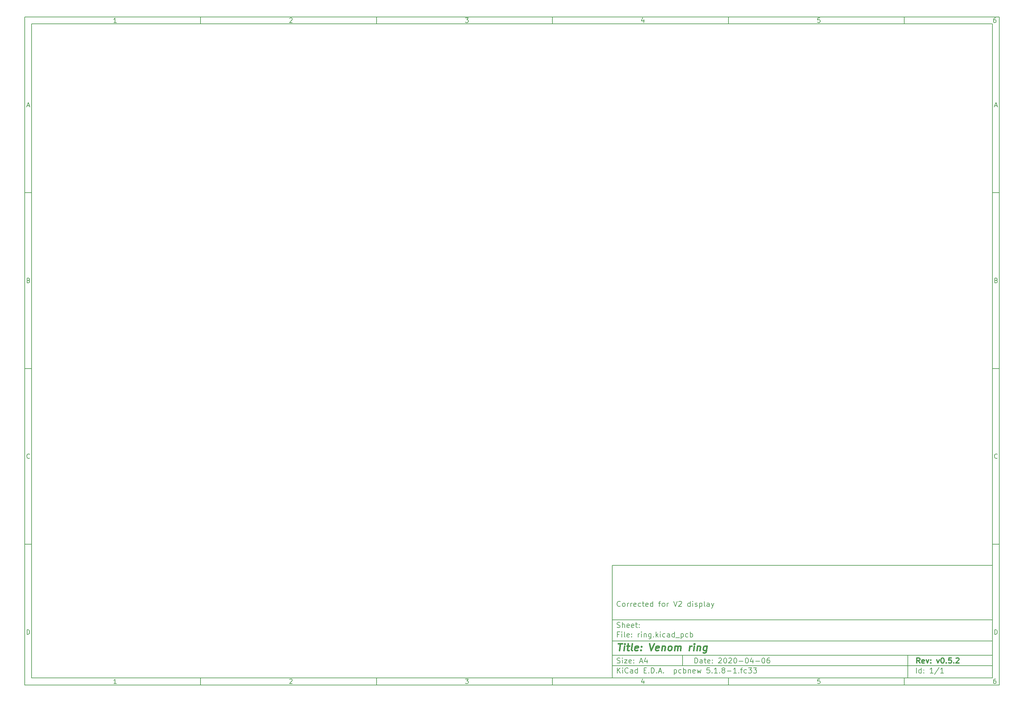
<source format=gbr>
G04 #@! TF.GenerationSoftware,KiCad,Pcbnew,5.1.8-1.fc33*
G04 #@! TF.CreationDate,2021-08-02T18:24:44+02:00*
G04 #@! TF.ProjectId,ring,72696e67-2e6b-4696-9361-645f70636258,v0.5.2*
G04 #@! TF.SameCoordinates,Original*
G04 #@! TF.FileFunction,Soldermask,Top*
G04 #@! TF.FilePolarity,Negative*
%FSLAX46Y46*%
G04 Gerber Fmt 4.6, Leading zero omitted, Abs format (unit mm)*
G04 Created by KiCad (PCBNEW 5.1.8-1.fc33) date 2021-08-02 18:24:44*
%MOMM*%
%LPD*%
G01*
G04 APERTURE LIST*
%ADD10C,0.100000*%
%ADD11C,0.150000*%
%ADD12C,0.300000*%
%ADD13C,0.400000*%
G04 APERTURE END LIST*
D10*
D11*
X177002200Y-166007200D02*
X177002200Y-198007200D01*
X285002200Y-198007200D01*
X285002200Y-166007200D01*
X177002200Y-166007200D01*
D10*
D11*
X10000000Y-10000000D02*
X10000000Y-200007200D01*
X287002200Y-200007200D01*
X287002200Y-10000000D01*
X10000000Y-10000000D01*
D10*
D11*
X12000000Y-12000000D02*
X12000000Y-198007200D01*
X285002200Y-198007200D01*
X285002200Y-12000000D01*
X12000000Y-12000000D01*
D10*
D11*
X60000000Y-12000000D02*
X60000000Y-10000000D01*
D10*
D11*
X110000000Y-12000000D02*
X110000000Y-10000000D01*
D10*
D11*
X160000000Y-12000000D02*
X160000000Y-10000000D01*
D10*
D11*
X210000000Y-12000000D02*
X210000000Y-10000000D01*
D10*
D11*
X260000000Y-12000000D02*
X260000000Y-10000000D01*
D10*
D11*
X36065476Y-11588095D02*
X35322619Y-11588095D01*
X35694047Y-11588095D02*
X35694047Y-10288095D01*
X35570238Y-10473809D01*
X35446428Y-10597619D01*
X35322619Y-10659523D01*
D10*
D11*
X85322619Y-10411904D02*
X85384523Y-10350000D01*
X85508333Y-10288095D01*
X85817857Y-10288095D01*
X85941666Y-10350000D01*
X86003571Y-10411904D01*
X86065476Y-10535714D01*
X86065476Y-10659523D01*
X86003571Y-10845238D01*
X85260714Y-11588095D01*
X86065476Y-11588095D01*
D10*
D11*
X135260714Y-10288095D02*
X136065476Y-10288095D01*
X135632142Y-10783333D01*
X135817857Y-10783333D01*
X135941666Y-10845238D01*
X136003571Y-10907142D01*
X136065476Y-11030952D01*
X136065476Y-11340476D01*
X136003571Y-11464285D01*
X135941666Y-11526190D01*
X135817857Y-11588095D01*
X135446428Y-11588095D01*
X135322619Y-11526190D01*
X135260714Y-11464285D01*
D10*
D11*
X185941666Y-10721428D02*
X185941666Y-11588095D01*
X185632142Y-10226190D02*
X185322619Y-11154761D01*
X186127380Y-11154761D01*
D10*
D11*
X236003571Y-10288095D02*
X235384523Y-10288095D01*
X235322619Y-10907142D01*
X235384523Y-10845238D01*
X235508333Y-10783333D01*
X235817857Y-10783333D01*
X235941666Y-10845238D01*
X236003571Y-10907142D01*
X236065476Y-11030952D01*
X236065476Y-11340476D01*
X236003571Y-11464285D01*
X235941666Y-11526190D01*
X235817857Y-11588095D01*
X235508333Y-11588095D01*
X235384523Y-11526190D01*
X235322619Y-11464285D01*
D10*
D11*
X285941666Y-10288095D02*
X285694047Y-10288095D01*
X285570238Y-10350000D01*
X285508333Y-10411904D01*
X285384523Y-10597619D01*
X285322619Y-10845238D01*
X285322619Y-11340476D01*
X285384523Y-11464285D01*
X285446428Y-11526190D01*
X285570238Y-11588095D01*
X285817857Y-11588095D01*
X285941666Y-11526190D01*
X286003571Y-11464285D01*
X286065476Y-11340476D01*
X286065476Y-11030952D01*
X286003571Y-10907142D01*
X285941666Y-10845238D01*
X285817857Y-10783333D01*
X285570238Y-10783333D01*
X285446428Y-10845238D01*
X285384523Y-10907142D01*
X285322619Y-11030952D01*
D10*
D11*
X60000000Y-198007200D02*
X60000000Y-200007200D01*
D10*
D11*
X110000000Y-198007200D02*
X110000000Y-200007200D01*
D10*
D11*
X160000000Y-198007200D02*
X160000000Y-200007200D01*
D10*
D11*
X210000000Y-198007200D02*
X210000000Y-200007200D01*
D10*
D11*
X260000000Y-198007200D02*
X260000000Y-200007200D01*
D10*
D11*
X36065476Y-199595295D02*
X35322619Y-199595295D01*
X35694047Y-199595295D02*
X35694047Y-198295295D01*
X35570238Y-198481009D01*
X35446428Y-198604819D01*
X35322619Y-198666723D01*
D10*
D11*
X85322619Y-198419104D02*
X85384523Y-198357200D01*
X85508333Y-198295295D01*
X85817857Y-198295295D01*
X85941666Y-198357200D01*
X86003571Y-198419104D01*
X86065476Y-198542914D01*
X86065476Y-198666723D01*
X86003571Y-198852438D01*
X85260714Y-199595295D01*
X86065476Y-199595295D01*
D10*
D11*
X135260714Y-198295295D02*
X136065476Y-198295295D01*
X135632142Y-198790533D01*
X135817857Y-198790533D01*
X135941666Y-198852438D01*
X136003571Y-198914342D01*
X136065476Y-199038152D01*
X136065476Y-199347676D01*
X136003571Y-199471485D01*
X135941666Y-199533390D01*
X135817857Y-199595295D01*
X135446428Y-199595295D01*
X135322619Y-199533390D01*
X135260714Y-199471485D01*
D10*
D11*
X185941666Y-198728628D02*
X185941666Y-199595295D01*
X185632142Y-198233390D02*
X185322619Y-199161961D01*
X186127380Y-199161961D01*
D10*
D11*
X236003571Y-198295295D02*
X235384523Y-198295295D01*
X235322619Y-198914342D01*
X235384523Y-198852438D01*
X235508333Y-198790533D01*
X235817857Y-198790533D01*
X235941666Y-198852438D01*
X236003571Y-198914342D01*
X236065476Y-199038152D01*
X236065476Y-199347676D01*
X236003571Y-199471485D01*
X235941666Y-199533390D01*
X235817857Y-199595295D01*
X235508333Y-199595295D01*
X235384523Y-199533390D01*
X235322619Y-199471485D01*
D10*
D11*
X285941666Y-198295295D02*
X285694047Y-198295295D01*
X285570238Y-198357200D01*
X285508333Y-198419104D01*
X285384523Y-198604819D01*
X285322619Y-198852438D01*
X285322619Y-199347676D01*
X285384523Y-199471485D01*
X285446428Y-199533390D01*
X285570238Y-199595295D01*
X285817857Y-199595295D01*
X285941666Y-199533390D01*
X286003571Y-199471485D01*
X286065476Y-199347676D01*
X286065476Y-199038152D01*
X286003571Y-198914342D01*
X285941666Y-198852438D01*
X285817857Y-198790533D01*
X285570238Y-198790533D01*
X285446428Y-198852438D01*
X285384523Y-198914342D01*
X285322619Y-199038152D01*
D10*
D11*
X10000000Y-60000000D02*
X12000000Y-60000000D01*
D10*
D11*
X10000000Y-110000000D02*
X12000000Y-110000000D01*
D10*
D11*
X10000000Y-160000000D02*
X12000000Y-160000000D01*
D10*
D11*
X10690476Y-35216666D02*
X11309523Y-35216666D01*
X10566666Y-35588095D02*
X11000000Y-34288095D01*
X11433333Y-35588095D01*
D10*
D11*
X11092857Y-84907142D02*
X11278571Y-84969047D01*
X11340476Y-85030952D01*
X11402380Y-85154761D01*
X11402380Y-85340476D01*
X11340476Y-85464285D01*
X11278571Y-85526190D01*
X11154761Y-85588095D01*
X10659523Y-85588095D01*
X10659523Y-84288095D01*
X11092857Y-84288095D01*
X11216666Y-84350000D01*
X11278571Y-84411904D01*
X11340476Y-84535714D01*
X11340476Y-84659523D01*
X11278571Y-84783333D01*
X11216666Y-84845238D01*
X11092857Y-84907142D01*
X10659523Y-84907142D01*
D10*
D11*
X11402380Y-135464285D02*
X11340476Y-135526190D01*
X11154761Y-135588095D01*
X11030952Y-135588095D01*
X10845238Y-135526190D01*
X10721428Y-135402380D01*
X10659523Y-135278571D01*
X10597619Y-135030952D01*
X10597619Y-134845238D01*
X10659523Y-134597619D01*
X10721428Y-134473809D01*
X10845238Y-134350000D01*
X11030952Y-134288095D01*
X11154761Y-134288095D01*
X11340476Y-134350000D01*
X11402380Y-134411904D01*
D10*
D11*
X10659523Y-185588095D02*
X10659523Y-184288095D01*
X10969047Y-184288095D01*
X11154761Y-184350000D01*
X11278571Y-184473809D01*
X11340476Y-184597619D01*
X11402380Y-184845238D01*
X11402380Y-185030952D01*
X11340476Y-185278571D01*
X11278571Y-185402380D01*
X11154761Y-185526190D01*
X10969047Y-185588095D01*
X10659523Y-185588095D01*
D10*
D11*
X287002200Y-60000000D02*
X285002200Y-60000000D01*
D10*
D11*
X287002200Y-110000000D02*
X285002200Y-110000000D01*
D10*
D11*
X287002200Y-160000000D02*
X285002200Y-160000000D01*
D10*
D11*
X285692676Y-35216666D02*
X286311723Y-35216666D01*
X285568866Y-35588095D02*
X286002200Y-34288095D01*
X286435533Y-35588095D01*
D10*
D11*
X286095057Y-84907142D02*
X286280771Y-84969047D01*
X286342676Y-85030952D01*
X286404580Y-85154761D01*
X286404580Y-85340476D01*
X286342676Y-85464285D01*
X286280771Y-85526190D01*
X286156961Y-85588095D01*
X285661723Y-85588095D01*
X285661723Y-84288095D01*
X286095057Y-84288095D01*
X286218866Y-84350000D01*
X286280771Y-84411904D01*
X286342676Y-84535714D01*
X286342676Y-84659523D01*
X286280771Y-84783333D01*
X286218866Y-84845238D01*
X286095057Y-84907142D01*
X285661723Y-84907142D01*
D10*
D11*
X286404580Y-135464285D02*
X286342676Y-135526190D01*
X286156961Y-135588095D01*
X286033152Y-135588095D01*
X285847438Y-135526190D01*
X285723628Y-135402380D01*
X285661723Y-135278571D01*
X285599819Y-135030952D01*
X285599819Y-134845238D01*
X285661723Y-134597619D01*
X285723628Y-134473809D01*
X285847438Y-134350000D01*
X286033152Y-134288095D01*
X286156961Y-134288095D01*
X286342676Y-134350000D01*
X286404580Y-134411904D01*
D10*
D11*
X285661723Y-185588095D02*
X285661723Y-184288095D01*
X285971247Y-184288095D01*
X286156961Y-184350000D01*
X286280771Y-184473809D01*
X286342676Y-184597619D01*
X286404580Y-184845238D01*
X286404580Y-185030952D01*
X286342676Y-185278571D01*
X286280771Y-185402380D01*
X286156961Y-185526190D01*
X285971247Y-185588095D01*
X285661723Y-185588095D01*
D10*
D11*
X200434342Y-193785771D02*
X200434342Y-192285771D01*
X200791485Y-192285771D01*
X201005771Y-192357200D01*
X201148628Y-192500057D01*
X201220057Y-192642914D01*
X201291485Y-192928628D01*
X201291485Y-193142914D01*
X201220057Y-193428628D01*
X201148628Y-193571485D01*
X201005771Y-193714342D01*
X200791485Y-193785771D01*
X200434342Y-193785771D01*
X202577200Y-193785771D02*
X202577200Y-193000057D01*
X202505771Y-192857200D01*
X202362914Y-192785771D01*
X202077200Y-192785771D01*
X201934342Y-192857200D01*
X202577200Y-193714342D02*
X202434342Y-193785771D01*
X202077200Y-193785771D01*
X201934342Y-193714342D01*
X201862914Y-193571485D01*
X201862914Y-193428628D01*
X201934342Y-193285771D01*
X202077200Y-193214342D01*
X202434342Y-193214342D01*
X202577200Y-193142914D01*
X203077200Y-192785771D02*
X203648628Y-192785771D01*
X203291485Y-192285771D02*
X203291485Y-193571485D01*
X203362914Y-193714342D01*
X203505771Y-193785771D01*
X203648628Y-193785771D01*
X204720057Y-193714342D02*
X204577200Y-193785771D01*
X204291485Y-193785771D01*
X204148628Y-193714342D01*
X204077200Y-193571485D01*
X204077200Y-193000057D01*
X204148628Y-192857200D01*
X204291485Y-192785771D01*
X204577200Y-192785771D01*
X204720057Y-192857200D01*
X204791485Y-193000057D01*
X204791485Y-193142914D01*
X204077200Y-193285771D01*
X205434342Y-193642914D02*
X205505771Y-193714342D01*
X205434342Y-193785771D01*
X205362914Y-193714342D01*
X205434342Y-193642914D01*
X205434342Y-193785771D01*
X205434342Y-192857200D02*
X205505771Y-192928628D01*
X205434342Y-193000057D01*
X205362914Y-192928628D01*
X205434342Y-192857200D01*
X205434342Y-193000057D01*
X207220057Y-192428628D02*
X207291485Y-192357200D01*
X207434342Y-192285771D01*
X207791485Y-192285771D01*
X207934342Y-192357200D01*
X208005771Y-192428628D01*
X208077200Y-192571485D01*
X208077200Y-192714342D01*
X208005771Y-192928628D01*
X207148628Y-193785771D01*
X208077200Y-193785771D01*
X209005771Y-192285771D02*
X209148628Y-192285771D01*
X209291485Y-192357200D01*
X209362914Y-192428628D01*
X209434342Y-192571485D01*
X209505771Y-192857200D01*
X209505771Y-193214342D01*
X209434342Y-193500057D01*
X209362914Y-193642914D01*
X209291485Y-193714342D01*
X209148628Y-193785771D01*
X209005771Y-193785771D01*
X208862914Y-193714342D01*
X208791485Y-193642914D01*
X208720057Y-193500057D01*
X208648628Y-193214342D01*
X208648628Y-192857200D01*
X208720057Y-192571485D01*
X208791485Y-192428628D01*
X208862914Y-192357200D01*
X209005771Y-192285771D01*
X210077200Y-192428628D02*
X210148628Y-192357200D01*
X210291485Y-192285771D01*
X210648628Y-192285771D01*
X210791485Y-192357200D01*
X210862914Y-192428628D01*
X210934342Y-192571485D01*
X210934342Y-192714342D01*
X210862914Y-192928628D01*
X210005771Y-193785771D01*
X210934342Y-193785771D01*
X211862914Y-192285771D02*
X212005771Y-192285771D01*
X212148628Y-192357200D01*
X212220057Y-192428628D01*
X212291485Y-192571485D01*
X212362914Y-192857200D01*
X212362914Y-193214342D01*
X212291485Y-193500057D01*
X212220057Y-193642914D01*
X212148628Y-193714342D01*
X212005771Y-193785771D01*
X211862914Y-193785771D01*
X211720057Y-193714342D01*
X211648628Y-193642914D01*
X211577200Y-193500057D01*
X211505771Y-193214342D01*
X211505771Y-192857200D01*
X211577200Y-192571485D01*
X211648628Y-192428628D01*
X211720057Y-192357200D01*
X211862914Y-192285771D01*
X213005771Y-193214342D02*
X214148628Y-193214342D01*
X215148628Y-192285771D02*
X215291485Y-192285771D01*
X215434342Y-192357200D01*
X215505771Y-192428628D01*
X215577200Y-192571485D01*
X215648628Y-192857200D01*
X215648628Y-193214342D01*
X215577200Y-193500057D01*
X215505771Y-193642914D01*
X215434342Y-193714342D01*
X215291485Y-193785771D01*
X215148628Y-193785771D01*
X215005771Y-193714342D01*
X214934342Y-193642914D01*
X214862914Y-193500057D01*
X214791485Y-193214342D01*
X214791485Y-192857200D01*
X214862914Y-192571485D01*
X214934342Y-192428628D01*
X215005771Y-192357200D01*
X215148628Y-192285771D01*
X216934342Y-192785771D02*
X216934342Y-193785771D01*
X216577200Y-192214342D02*
X216220057Y-193285771D01*
X217148628Y-193285771D01*
X217720057Y-193214342D02*
X218862914Y-193214342D01*
X219862914Y-192285771D02*
X220005771Y-192285771D01*
X220148628Y-192357200D01*
X220220057Y-192428628D01*
X220291485Y-192571485D01*
X220362914Y-192857200D01*
X220362914Y-193214342D01*
X220291485Y-193500057D01*
X220220057Y-193642914D01*
X220148628Y-193714342D01*
X220005771Y-193785771D01*
X219862914Y-193785771D01*
X219720057Y-193714342D01*
X219648628Y-193642914D01*
X219577200Y-193500057D01*
X219505771Y-193214342D01*
X219505771Y-192857200D01*
X219577200Y-192571485D01*
X219648628Y-192428628D01*
X219720057Y-192357200D01*
X219862914Y-192285771D01*
X221648628Y-192285771D02*
X221362914Y-192285771D01*
X221220057Y-192357200D01*
X221148628Y-192428628D01*
X221005771Y-192642914D01*
X220934342Y-192928628D01*
X220934342Y-193500057D01*
X221005771Y-193642914D01*
X221077200Y-193714342D01*
X221220057Y-193785771D01*
X221505771Y-193785771D01*
X221648628Y-193714342D01*
X221720057Y-193642914D01*
X221791485Y-193500057D01*
X221791485Y-193142914D01*
X221720057Y-193000057D01*
X221648628Y-192928628D01*
X221505771Y-192857200D01*
X221220057Y-192857200D01*
X221077200Y-192928628D01*
X221005771Y-193000057D01*
X220934342Y-193142914D01*
D10*
D11*
X177002200Y-194507200D02*
X285002200Y-194507200D01*
D10*
D11*
X178434342Y-196585771D02*
X178434342Y-195085771D01*
X179291485Y-196585771D02*
X178648628Y-195728628D01*
X179291485Y-195085771D02*
X178434342Y-195942914D01*
X179934342Y-196585771D02*
X179934342Y-195585771D01*
X179934342Y-195085771D02*
X179862914Y-195157200D01*
X179934342Y-195228628D01*
X180005771Y-195157200D01*
X179934342Y-195085771D01*
X179934342Y-195228628D01*
X181505771Y-196442914D02*
X181434342Y-196514342D01*
X181220057Y-196585771D01*
X181077200Y-196585771D01*
X180862914Y-196514342D01*
X180720057Y-196371485D01*
X180648628Y-196228628D01*
X180577200Y-195942914D01*
X180577200Y-195728628D01*
X180648628Y-195442914D01*
X180720057Y-195300057D01*
X180862914Y-195157200D01*
X181077200Y-195085771D01*
X181220057Y-195085771D01*
X181434342Y-195157200D01*
X181505771Y-195228628D01*
X182791485Y-196585771D02*
X182791485Y-195800057D01*
X182720057Y-195657200D01*
X182577200Y-195585771D01*
X182291485Y-195585771D01*
X182148628Y-195657200D01*
X182791485Y-196514342D02*
X182648628Y-196585771D01*
X182291485Y-196585771D01*
X182148628Y-196514342D01*
X182077200Y-196371485D01*
X182077200Y-196228628D01*
X182148628Y-196085771D01*
X182291485Y-196014342D01*
X182648628Y-196014342D01*
X182791485Y-195942914D01*
X184148628Y-196585771D02*
X184148628Y-195085771D01*
X184148628Y-196514342D02*
X184005771Y-196585771D01*
X183720057Y-196585771D01*
X183577200Y-196514342D01*
X183505771Y-196442914D01*
X183434342Y-196300057D01*
X183434342Y-195871485D01*
X183505771Y-195728628D01*
X183577200Y-195657200D01*
X183720057Y-195585771D01*
X184005771Y-195585771D01*
X184148628Y-195657200D01*
X186005771Y-195800057D02*
X186505771Y-195800057D01*
X186720057Y-196585771D02*
X186005771Y-196585771D01*
X186005771Y-195085771D01*
X186720057Y-195085771D01*
X187362914Y-196442914D02*
X187434342Y-196514342D01*
X187362914Y-196585771D01*
X187291485Y-196514342D01*
X187362914Y-196442914D01*
X187362914Y-196585771D01*
X188077200Y-196585771D02*
X188077200Y-195085771D01*
X188434342Y-195085771D01*
X188648628Y-195157200D01*
X188791485Y-195300057D01*
X188862914Y-195442914D01*
X188934342Y-195728628D01*
X188934342Y-195942914D01*
X188862914Y-196228628D01*
X188791485Y-196371485D01*
X188648628Y-196514342D01*
X188434342Y-196585771D01*
X188077200Y-196585771D01*
X189577200Y-196442914D02*
X189648628Y-196514342D01*
X189577200Y-196585771D01*
X189505771Y-196514342D01*
X189577200Y-196442914D01*
X189577200Y-196585771D01*
X190220057Y-196157200D02*
X190934342Y-196157200D01*
X190077200Y-196585771D02*
X190577200Y-195085771D01*
X191077200Y-196585771D01*
X191577200Y-196442914D02*
X191648628Y-196514342D01*
X191577200Y-196585771D01*
X191505771Y-196514342D01*
X191577200Y-196442914D01*
X191577200Y-196585771D01*
X194577200Y-195585771D02*
X194577200Y-197085771D01*
X194577200Y-195657200D02*
X194720057Y-195585771D01*
X195005771Y-195585771D01*
X195148628Y-195657200D01*
X195220057Y-195728628D01*
X195291485Y-195871485D01*
X195291485Y-196300057D01*
X195220057Y-196442914D01*
X195148628Y-196514342D01*
X195005771Y-196585771D01*
X194720057Y-196585771D01*
X194577200Y-196514342D01*
X196577200Y-196514342D02*
X196434342Y-196585771D01*
X196148628Y-196585771D01*
X196005771Y-196514342D01*
X195934342Y-196442914D01*
X195862914Y-196300057D01*
X195862914Y-195871485D01*
X195934342Y-195728628D01*
X196005771Y-195657200D01*
X196148628Y-195585771D01*
X196434342Y-195585771D01*
X196577200Y-195657200D01*
X197220057Y-196585771D02*
X197220057Y-195085771D01*
X197220057Y-195657200D02*
X197362914Y-195585771D01*
X197648628Y-195585771D01*
X197791485Y-195657200D01*
X197862914Y-195728628D01*
X197934342Y-195871485D01*
X197934342Y-196300057D01*
X197862914Y-196442914D01*
X197791485Y-196514342D01*
X197648628Y-196585771D01*
X197362914Y-196585771D01*
X197220057Y-196514342D01*
X198577200Y-195585771D02*
X198577200Y-196585771D01*
X198577200Y-195728628D02*
X198648628Y-195657200D01*
X198791485Y-195585771D01*
X199005771Y-195585771D01*
X199148628Y-195657200D01*
X199220057Y-195800057D01*
X199220057Y-196585771D01*
X200505771Y-196514342D02*
X200362914Y-196585771D01*
X200077200Y-196585771D01*
X199934342Y-196514342D01*
X199862914Y-196371485D01*
X199862914Y-195800057D01*
X199934342Y-195657200D01*
X200077200Y-195585771D01*
X200362914Y-195585771D01*
X200505771Y-195657200D01*
X200577200Y-195800057D01*
X200577200Y-195942914D01*
X199862914Y-196085771D01*
X201077200Y-195585771D02*
X201362914Y-196585771D01*
X201648628Y-195871485D01*
X201934342Y-196585771D01*
X202220057Y-195585771D01*
X204648628Y-195085771D02*
X203934342Y-195085771D01*
X203862914Y-195800057D01*
X203934342Y-195728628D01*
X204077200Y-195657200D01*
X204434342Y-195657200D01*
X204577200Y-195728628D01*
X204648628Y-195800057D01*
X204720057Y-195942914D01*
X204720057Y-196300057D01*
X204648628Y-196442914D01*
X204577200Y-196514342D01*
X204434342Y-196585771D01*
X204077200Y-196585771D01*
X203934342Y-196514342D01*
X203862914Y-196442914D01*
X205362914Y-196442914D02*
X205434342Y-196514342D01*
X205362914Y-196585771D01*
X205291485Y-196514342D01*
X205362914Y-196442914D01*
X205362914Y-196585771D01*
X206862914Y-196585771D02*
X206005771Y-196585771D01*
X206434342Y-196585771D02*
X206434342Y-195085771D01*
X206291485Y-195300057D01*
X206148628Y-195442914D01*
X206005771Y-195514342D01*
X207505771Y-196442914D02*
X207577200Y-196514342D01*
X207505771Y-196585771D01*
X207434342Y-196514342D01*
X207505771Y-196442914D01*
X207505771Y-196585771D01*
X208434342Y-195728628D02*
X208291485Y-195657200D01*
X208220057Y-195585771D01*
X208148628Y-195442914D01*
X208148628Y-195371485D01*
X208220057Y-195228628D01*
X208291485Y-195157200D01*
X208434342Y-195085771D01*
X208720057Y-195085771D01*
X208862914Y-195157200D01*
X208934342Y-195228628D01*
X209005771Y-195371485D01*
X209005771Y-195442914D01*
X208934342Y-195585771D01*
X208862914Y-195657200D01*
X208720057Y-195728628D01*
X208434342Y-195728628D01*
X208291485Y-195800057D01*
X208220057Y-195871485D01*
X208148628Y-196014342D01*
X208148628Y-196300057D01*
X208220057Y-196442914D01*
X208291485Y-196514342D01*
X208434342Y-196585771D01*
X208720057Y-196585771D01*
X208862914Y-196514342D01*
X208934342Y-196442914D01*
X209005771Y-196300057D01*
X209005771Y-196014342D01*
X208934342Y-195871485D01*
X208862914Y-195800057D01*
X208720057Y-195728628D01*
X209648628Y-196014342D02*
X210791485Y-196014342D01*
X212291485Y-196585771D02*
X211434342Y-196585771D01*
X211862914Y-196585771D02*
X211862914Y-195085771D01*
X211720057Y-195300057D01*
X211577200Y-195442914D01*
X211434342Y-195514342D01*
X212934342Y-196442914D02*
X213005771Y-196514342D01*
X212934342Y-196585771D01*
X212862914Y-196514342D01*
X212934342Y-196442914D01*
X212934342Y-196585771D01*
X213434342Y-195585771D02*
X214005771Y-195585771D01*
X213648628Y-196585771D02*
X213648628Y-195300057D01*
X213720057Y-195157200D01*
X213862914Y-195085771D01*
X214005771Y-195085771D01*
X215148628Y-196514342D02*
X215005771Y-196585771D01*
X214720057Y-196585771D01*
X214577200Y-196514342D01*
X214505771Y-196442914D01*
X214434342Y-196300057D01*
X214434342Y-195871485D01*
X214505771Y-195728628D01*
X214577200Y-195657200D01*
X214720057Y-195585771D01*
X215005771Y-195585771D01*
X215148628Y-195657200D01*
X215648628Y-195085771D02*
X216577200Y-195085771D01*
X216077200Y-195657200D01*
X216291485Y-195657200D01*
X216434342Y-195728628D01*
X216505771Y-195800057D01*
X216577200Y-195942914D01*
X216577200Y-196300057D01*
X216505771Y-196442914D01*
X216434342Y-196514342D01*
X216291485Y-196585771D01*
X215862914Y-196585771D01*
X215720057Y-196514342D01*
X215648628Y-196442914D01*
X217077200Y-195085771D02*
X218005771Y-195085771D01*
X217505771Y-195657200D01*
X217720057Y-195657200D01*
X217862914Y-195728628D01*
X217934342Y-195800057D01*
X218005771Y-195942914D01*
X218005771Y-196300057D01*
X217934342Y-196442914D01*
X217862914Y-196514342D01*
X217720057Y-196585771D01*
X217291485Y-196585771D01*
X217148628Y-196514342D01*
X217077200Y-196442914D01*
D10*
D11*
X177002200Y-191507200D02*
X285002200Y-191507200D01*
D10*
D12*
X264411485Y-193785771D02*
X263911485Y-193071485D01*
X263554342Y-193785771D02*
X263554342Y-192285771D01*
X264125771Y-192285771D01*
X264268628Y-192357200D01*
X264340057Y-192428628D01*
X264411485Y-192571485D01*
X264411485Y-192785771D01*
X264340057Y-192928628D01*
X264268628Y-193000057D01*
X264125771Y-193071485D01*
X263554342Y-193071485D01*
X265625771Y-193714342D02*
X265482914Y-193785771D01*
X265197200Y-193785771D01*
X265054342Y-193714342D01*
X264982914Y-193571485D01*
X264982914Y-193000057D01*
X265054342Y-192857200D01*
X265197200Y-192785771D01*
X265482914Y-192785771D01*
X265625771Y-192857200D01*
X265697200Y-193000057D01*
X265697200Y-193142914D01*
X264982914Y-193285771D01*
X266197200Y-192785771D02*
X266554342Y-193785771D01*
X266911485Y-192785771D01*
X267482914Y-193642914D02*
X267554342Y-193714342D01*
X267482914Y-193785771D01*
X267411485Y-193714342D01*
X267482914Y-193642914D01*
X267482914Y-193785771D01*
X267482914Y-192857200D02*
X267554342Y-192928628D01*
X267482914Y-193000057D01*
X267411485Y-192928628D01*
X267482914Y-192857200D01*
X267482914Y-193000057D01*
X269197200Y-192785771D02*
X269554342Y-193785771D01*
X269911485Y-192785771D01*
X270768628Y-192285771D02*
X270911485Y-192285771D01*
X271054342Y-192357200D01*
X271125771Y-192428628D01*
X271197200Y-192571485D01*
X271268628Y-192857200D01*
X271268628Y-193214342D01*
X271197200Y-193500057D01*
X271125771Y-193642914D01*
X271054342Y-193714342D01*
X270911485Y-193785771D01*
X270768628Y-193785771D01*
X270625771Y-193714342D01*
X270554342Y-193642914D01*
X270482914Y-193500057D01*
X270411485Y-193214342D01*
X270411485Y-192857200D01*
X270482914Y-192571485D01*
X270554342Y-192428628D01*
X270625771Y-192357200D01*
X270768628Y-192285771D01*
X271911485Y-193642914D02*
X271982914Y-193714342D01*
X271911485Y-193785771D01*
X271840057Y-193714342D01*
X271911485Y-193642914D01*
X271911485Y-193785771D01*
X273340057Y-192285771D02*
X272625771Y-192285771D01*
X272554342Y-193000057D01*
X272625771Y-192928628D01*
X272768628Y-192857200D01*
X273125771Y-192857200D01*
X273268628Y-192928628D01*
X273340057Y-193000057D01*
X273411485Y-193142914D01*
X273411485Y-193500057D01*
X273340057Y-193642914D01*
X273268628Y-193714342D01*
X273125771Y-193785771D01*
X272768628Y-193785771D01*
X272625771Y-193714342D01*
X272554342Y-193642914D01*
X274054342Y-193642914D02*
X274125771Y-193714342D01*
X274054342Y-193785771D01*
X273982914Y-193714342D01*
X274054342Y-193642914D01*
X274054342Y-193785771D01*
X274697200Y-192428628D02*
X274768628Y-192357200D01*
X274911485Y-192285771D01*
X275268628Y-192285771D01*
X275411485Y-192357200D01*
X275482914Y-192428628D01*
X275554342Y-192571485D01*
X275554342Y-192714342D01*
X275482914Y-192928628D01*
X274625771Y-193785771D01*
X275554342Y-193785771D01*
D10*
D11*
X178362914Y-193714342D02*
X178577200Y-193785771D01*
X178934342Y-193785771D01*
X179077200Y-193714342D01*
X179148628Y-193642914D01*
X179220057Y-193500057D01*
X179220057Y-193357200D01*
X179148628Y-193214342D01*
X179077200Y-193142914D01*
X178934342Y-193071485D01*
X178648628Y-193000057D01*
X178505771Y-192928628D01*
X178434342Y-192857200D01*
X178362914Y-192714342D01*
X178362914Y-192571485D01*
X178434342Y-192428628D01*
X178505771Y-192357200D01*
X178648628Y-192285771D01*
X179005771Y-192285771D01*
X179220057Y-192357200D01*
X179862914Y-193785771D02*
X179862914Y-192785771D01*
X179862914Y-192285771D02*
X179791485Y-192357200D01*
X179862914Y-192428628D01*
X179934342Y-192357200D01*
X179862914Y-192285771D01*
X179862914Y-192428628D01*
X180434342Y-192785771D02*
X181220057Y-192785771D01*
X180434342Y-193785771D01*
X181220057Y-193785771D01*
X182362914Y-193714342D02*
X182220057Y-193785771D01*
X181934342Y-193785771D01*
X181791485Y-193714342D01*
X181720057Y-193571485D01*
X181720057Y-193000057D01*
X181791485Y-192857200D01*
X181934342Y-192785771D01*
X182220057Y-192785771D01*
X182362914Y-192857200D01*
X182434342Y-193000057D01*
X182434342Y-193142914D01*
X181720057Y-193285771D01*
X183077200Y-193642914D02*
X183148628Y-193714342D01*
X183077200Y-193785771D01*
X183005771Y-193714342D01*
X183077200Y-193642914D01*
X183077200Y-193785771D01*
X183077200Y-192857200D02*
X183148628Y-192928628D01*
X183077200Y-193000057D01*
X183005771Y-192928628D01*
X183077200Y-192857200D01*
X183077200Y-193000057D01*
X184862914Y-193357200D02*
X185577200Y-193357200D01*
X184720057Y-193785771D02*
X185220057Y-192285771D01*
X185720057Y-193785771D01*
X186862914Y-192785771D02*
X186862914Y-193785771D01*
X186505771Y-192214342D02*
X186148628Y-193285771D01*
X187077200Y-193285771D01*
D10*
D11*
X263434342Y-196585771D02*
X263434342Y-195085771D01*
X264791485Y-196585771D02*
X264791485Y-195085771D01*
X264791485Y-196514342D02*
X264648628Y-196585771D01*
X264362914Y-196585771D01*
X264220057Y-196514342D01*
X264148628Y-196442914D01*
X264077200Y-196300057D01*
X264077200Y-195871485D01*
X264148628Y-195728628D01*
X264220057Y-195657200D01*
X264362914Y-195585771D01*
X264648628Y-195585771D01*
X264791485Y-195657200D01*
X265505771Y-196442914D02*
X265577200Y-196514342D01*
X265505771Y-196585771D01*
X265434342Y-196514342D01*
X265505771Y-196442914D01*
X265505771Y-196585771D01*
X265505771Y-195657200D02*
X265577200Y-195728628D01*
X265505771Y-195800057D01*
X265434342Y-195728628D01*
X265505771Y-195657200D01*
X265505771Y-195800057D01*
X268148628Y-196585771D02*
X267291485Y-196585771D01*
X267720057Y-196585771D02*
X267720057Y-195085771D01*
X267577200Y-195300057D01*
X267434342Y-195442914D01*
X267291485Y-195514342D01*
X269862914Y-195014342D02*
X268577200Y-196942914D01*
X271148628Y-196585771D02*
X270291485Y-196585771D01*
X270720057Y-196585771D02*
X270720057Y-195085771D01*
X270577200Y-195300057D01*
X270434342Y-195442914D01*
X270291485Y-195514342D01*
D10*
D11*
X177002200Y-187507200D02*
X285002200Y-187507200D01*
D10*
D13*
X178714580Y-188211961D02*
X179857438Y-188211961D01*
X179036009Y-190211961D02*
X179286009Y-188211961D01*
X180274104Y-190211961D02*
X180440771Y-188878628D01*
X180524104Y-188211961D02*
X180416961Y-188307200D01*
X180500295Y-188402438D01*
X180607438Y-188307200D01*
X180524104Y-188211961D01*
X180500295Y-188402438D01*
X181107438Y-188878628D02*
X181869342Y-188878628D01*
X181476485Y-188211961D02*
X181262200Y-189926247D01*
X181333628Y-190116723D01*
X181512200Y-190211961D01*
X181702676Y-190211961D01*
X182655057Y-190211961D02*
X182476485Y-190116723D01*
X182405057Y-189926247D01*
X182619342Y-188211961D01*
X184190771Y-190116723D02*
X183988390Y-190211961D01*
X183607438Y-190211961D01*
X183428866Y-190116723D01*
X183357438Y-189926247D01*
X183452676Y-189164342D01*
X183571723Y-188973866D01*
X183774104Y-188878628D01*
X184155057Y-188878628D01*
X184333628Y-188973866D01*
X184405057Y-189164342D01*
X184381247Y-189354819D01*
X183405057Y-189545295D01*
X185155057Y-190021485D02*
X185238390Y-190116723D01*
X185131247Y-190211961D01*
X185047914Y-190116723D01*
X185155057Y-190021485D01*
X185131247Y-190211961D01*
X185286009Y-188973866D02*
X185369342Y-189069104D01*
X185262200Y-189164342D01*
X185178866Y-189069104D01*
X185286009Y-188973866D01*
X185262200Y-189164342D01*
X187571723Y-188211961D02*
X187988390Y-190211961D01*
X188905057Y-188211961D01*
X190095533Y-190116723D02*
X189893152Y-190211961D01*
X189512200Y-190211961D01*
X189333628Y-190116723D01*
X189262200Y-189926247D01*
X189357438Y-189164342D01*
X189476485Y-188973866D01*
X189678866Y-188878628D01*
X190059819Y-188878628D01*
X190238390Y-188973866D01*
X190309819Y-189164342D01*
X190286009Y-189354819D01*
X189309819Y-189545295D01*
X191202676Y-188878628D02*
X191036009Y-190211961D01*
X191178866Y-189069104D02*
X191286009Y-188973866D01*
X191488390Y-188878628D01*
X191774104Y-188878628D01*
X191952676Y-188973866D01*
X192024104Y-189164342D01*
X191893152Y-190211961D01*
X193131247Y-190211961D02*
X192952676Y-190116723D01*
X192869342Y-190021485D01*
X192797914Y-189831009D01*
X192869342Y-189259580D01*
X192988390Y-189069104D01*
X193095533Y-188973866D01*
X193297914Y-188878628D01*
X193583628Y-188878628D01*
X193762200Y-188973866D01*
X193845533Y-189069104D01*
X193916961Y-189259580D01*
X193845533Y-189831009D01*
X193726485Y-190021485D01*
X193619342Y-190116723D01*
X193416961Y-190211961D01*
X193131247Y-190211961D01*
X194655057Y-190211961D02*
X194821723Y-188878628D01*
X194797914Y-189069104D02*
X194905057Y-188973866D01*
X195107438Y-188878628D01*
X195393152Y-188878628D01*
X195571723Y-188973866D01*
X195643152Y-189164342D01*
X195512200Y-190211961D01*
X195643152Y-189164342D02*
X195762200Y-188973866D01*
X195964580Y-188878628D01*
X196250295Y-188878628D01*
X196428866Y-188973866D01*
X196500295Y-189164342D01*
X196369342Y-190211961D01*
X198845533Y-190211961D02*
X199012200Y-188878628D01*
X198964580Y-189259580D02*
X199083628Y-189069104D01*
X199190771Y-188973866D01*
X199393152Y-188878628D01*
X199583628Y-188878628D01*
X200083628Y-190211961D02*
X200250295Y-188878628D01*
X200333628Y-188211961D02*
X200226485Y-188307200D01*
X200309819Y-188402438D01*
X200416961Y-188307200D01*
X200333628Y-188211961D01*
X200309819Y-188402438D01*
X201202676Y-188878628D02*
X201036009Y-190211961D01*
X201178866Y-189069104D02*
X201286009Y-188973866D01*
X201488390Y-188878628D01*
X201774104Y-188878628D01*
X201952676Y-188973866D01*
X202024104Y-189164342D01*
X201893152Y-190211961D01*
X203869342Y-188878628D02*
X203666961Y-190497676D01*
X203547914Y-190688152D01*
X203440771Y-190783390D01*
X203238390Y-190878628D01*
X202952676Y-190878628D01*
X202774104Y-190783390D01*
X203714580Y-190116723D02*
X203512200Y-190211961D01*
X203131247Y-190211961D01*
X202952676Y-190116723D01*
X202869342Y-190021485D01*
X202797914Y-189831009D01*
X202869342Y-189259580D01*
X202988390Y-189069104D01*
X203095533Y-188973866D01*
X203297914Y-188878628D01*
X203678866Y-188878628D01*
X203857438Y-188973866D01*
D10*
D11*
X178934342Y-185600057D02*
X178434342Y-185600057D01*
X178434342Y-186385771D02*
X178434342Y-184885771D01*
X179148628Y-184885771D01*
X179720057Y-186385771D02*
X179720057Y-185385771D01*
X179720057Y-184885771D02*
X179648628Y-184957200D01*
X179720057Y-185028628D01*
X179791485Y-184957200D01*
X179720057Y-184885771D01*
X179720057Y-185028628D01*
X180648628Y-186385771D02*
X180505771Y-186314342D01*
X180434342Y-186171485D01*
X180434342Y-184885771D01*
X181791485Y-186314342D02*
X181648628Y-186385771D01*
X181362914Y-186385771D01*
X181220057Y-186314342D01*
X181148628Y-186171485D01*
X181148628Y-185600057D01*
X181220057Y-185457200D01*
X181362914Y-185385771D01*
X181648628Y-185385771D01*
X181791485Y-185457200D01*
X181862914Y-185600057D01*
X181862914Y-185742914D01*
X181148628Y-185885771D01*
X182505771Y-186242914D02*
X182577200Y-186314342D01*
X182505771Y-186385771D01*
X182434342Y-186314342D01*
X182505771Y-186242914D01*
X182505771Y-186385771D01*
X182505771Y-185457200D02*
X182577200Y-185528628D01*
X182505771Y-185600057D01*
X182434342Y-185528628D01*
X182505771Y-185457200D01*
X182505771Y-185600057D01*
X184362914Y-186385771D02*
X184362914Y-185385771D01*
X184362914Y-185671485D02*
X184434342Y-185528628D01*
X184505771Y-185457200D01*
X184648628Y-185385771D01*
X184791485Y-185385771D01*
X185291485Y-186385771D02*
X185291485Y-185385771D01*
X185291485Y-184885771D02*
X185220057Y-184957200D01*
X185291485Y-185028628D01*
X185362914Y-184957200D01*
X185291485Y-184885771D01*
X185291485Y-185028628D01*
X186005771Y-185385771D02*
X186005771Y-186385771D01*
X186005771Y-185528628D02*
X186077200Y-185457200D01*
X186220057Y-185385771D01*
X186434342Y-185385771D01*
X186577200Y-185457200D01*
X186648628Y-185600057D01*
X186648628Y-186385771D01*
X188005771Y-185385771D02*
X188005771Y-186600057D01*
X187934342Y-186742914D01*
X187862914Y-186814342D01*
X187720057Y-186885771D01*
X187505771Y-186885771D01*
X187362914Y-186814342D01*
X188005771Y-186314342D02*
X187862914Y-186385771D01*
X187577200Y-186385771D01*
X187434342Y-186314342D01*
X187362914Y-186242914D01*
X187291485Y-186100057D01*
X187291485Y-185671485D01*
X187362914Y-185528628D01*
X187434342Y-185457200D01*
X187577200Y-185385771D01*
X187862914Y-185385771D01*
X188005771Y-185457200D01*
X188720057Y-186242914D02*
X188791485Y-186314342D01*
X188720057Y-186385771D01*
X188648628Y-186314342D01*
X188720057Y-186242914D01*
X188720057Y-186385771D01*
X189434342Y-186385771D02*
X189434342Y-184885771D01*
X189577200Y-185814342D02*
X190005771Y-186385771D01*
X190005771Y-185385771D02*
X189434342Y-185957200D01*
X190648628Y-186385771D02*
X190648628Y-185385771D01*
X190648628Y-184885771D02*
X190577200Y-184957200D01*
X190648628Y-185028628D01*
X190720057Y-184957200D01*
X190648628Y-184885771D01*
X190648628Y-185028628D01*
X192005771Y-186314342D02*
X191862914Y-186385771D01*
X191577200Y-186385771D01*
X191434342Y-186314342D01*
X191362914Y-186242914D01*
X191291485Y-186100057D01*
X191291485Y-185671485D01*
X191362914Y-185528628D01*
X191434342Y-185457200D01*
X191577200Y-185385771D01*
X191862914Y-185385771D01*
X192005771Y-185457200D01*
X193291485Y-186385771D02*
X193291485Y-185600057D01*
X193220057Y-185457200D01*
X193077200Y-185385771D01*
X192791485Y-185385771D01*
X192648628Y-185457200D01*
X193291485Y-186314342D02*
X193148628Y-186385771D01*
X192791485Y-186385771D01*
X192648628Y-186314342D01*
X192577200Y-186171485D01*
X192577200Y-186028628D01*
X192648628Y-185885771D01*
X192791485Y-185814342D01*
X193148628Y-185814342D01*
X193291485Y-185742914D01*
X194648628Y-186385771D02*
X194648628Y-184885771D01*
X194648628Y-186314342D02*
X194505771Y-186385771D01*
X194220057Y-186385771D01*
X194077200Y-186314342D01*
X194005771Y-186242914D01*
X193934342Y-186100057D01*
X193934342Y-185671485D01*
X194005771Y-185528628D01*
X194077200Y-185457200D01*
X194220057Y-185385771D01*
X194505771Y-185385771D01*
X194648628Y-185457200D01*
X195005771Y-186528628D02*
X196148628Y-186528628D01*
X196505771Y-185385771D02*
X196505771Y-186885771D01*
X196505771Y-185457200D02*
X196648628Y-185385771D01*
X196934342Y-185385771D01*
X197077200Y-185457200D01*
X197148628Y-185528628D01*
X197220057Y-185671485D01*
X197220057Y-186100057D01*
X197148628Y-186242914D01*
X197077200Y-186314342D01*
X196934342Y-186385771D01*
X196648628Y-186385771D01*
X196505771Y-186314342D01*
X198505771Y-186314342D02*
X198362914Y-186385771D01*
X198077200Y-186385771D01*
X197934342Y-186314342D01*
X197862914Y-186242914D01*
X197791485Y-186100057D01*
X197791485Y-185671485D01*
X197862914Y-185528628D01*
X197934342Y-185457200D01*
X198077200Y-185385771D01*
X198362914Y-185385771D01*
X198505771Y-185457200D01*
X199148628Y-186385771D02*
X199148628Y-184885771D01*
X199148628Y-185457200D02*
X199291485Y-185385771D01*
X199577200Y-185385771D01*
X199720057Y-185457200D01*
X199791485Y-185528628D01*
X199862914Y-185671485D01*
X199862914Y-186100057D01*
X199791485Y-186242914D01*
X199720057Y-186314342D01*
X199577200Y-186385771D01*
X199291485Y-186385771D01*
X199148628Y-186314342D01*
D10*
D11*
X177002200Y-181507200D02*
X285002200Y-181507200D01*
D10*
D11*
X178362914Y-183614342D02*
X178577200Y-183685771D01*
X178934342Y-183685771D01*
X179077200Y-183614342D01*
X179148628Y-183542914D01*
X179220057Y-183400057D01*
X179220057Y-183257200D01*
X179148628Y-183114342D01*
X179077200Y-183042914D01*
X178934342Y-182971485D01*
X178648628Y-182900057D01*
X178505771Y-182828628D01*
X178434342Y-182757200D01*
X178362914Y-182614342D01*
X178362914Y-182471485D01*
X178434342Y-182328628D01*
X178505771Y-182257200D01*
X178648628Y-182185771D01*
X179005771Y-182185771D01*
X179220057Y-182257200D01*
X179862914Y-183685771D02*
X179862914Y-182185771D01*
X180505771Y-183685771D02*
X180505771Y-182900057D01*
X180434342Y-182757200D01*
X180291485Y-182685771D01*
X180077200Y-182685771D01*
X179934342Y-182757200D01*
X179862914Y-182828628D01*
X181791485Y-183614342D02*
X181648628Y-183685771D01*
X181362914Y-183685771D01*
X181220057Y-183614342D01*
X181148628Y-183471485D01*
X181148628Y-182900057D01*
X181220057Y-182757200D01*
X181362914Y-182685771D01*
X181648628Y-182685771D01*
X181791485Y-182757200D01*
X181862914Y-182900057D01*
X181862914Y-183042914D01*
X181148628Y-183185771D01*
X183077200Y-183614342D02*
X182934342Y-183685771D01*
X182648628Y-183685771D01*
X182505771Y-183614342D01*
X182434342Y-183471485D01*
X182434342Y-182900057D01*
X182505771Y-182757200D01*
X182648628Y-182685771D01*
X182934342Y-182685771D01*
X183077200Y-182757200D01*
X183148628Y-182900057D01*
X183148628Y-183042914D01*
X182434342Y-183185771D01*
X183577200Y-182685771D02*
X184148628Y-182685771D01*
X183791485Y-182185771D02*
X183791485Y-183471485D01*
X183862914Y-183614342D01*
X184005771Y-183685771D01*
X184148628Y-183685771D01*
X184648628Y-183542914D02*
X184720057Y-183614342D01*
X184648628Y-183685771D01*
X184577200Y-183614342D01*
X184648628Y-183542914D01*
X184648628Y-183685771D01*
X184648628Y-182757200D02*
X184720057Y-182828628D01*
X184648628Y-182900057D01*
X184577200Y-182828628D01*
X184648628Y-182757200D01*
X184648628Y-182900057D01*
D10*
D11*
X179291485Y-177542914D02*
X179220057Y-177614342D01*
X179005771Y-177685771D01*
X178862914Y-177685771D01*
X178648628Y-177614342D01*
X178505771Y-177471485D01*
X178434342Y-177328628D01*
X178362914Y-177042914D01*
X178362914Y-176828628D01*
X178434342Y-176542914D01*
X178505771Y-176400057D01*
X178648628Y-176257200D01*
X178862914Y-176185771D01*
X179005771Y-176185771D01*
X179220057Y-176257200D01*
X179291485Y-176328628D01*
X180148628Y-177685771D02*
X180005771Y-177614342D01*
X179934342Y-177542914D01*
X179862914Y-177400057D01*
X179862914Y-176971485D01*
X179934342Y-176828628D01*
X180005771Y-176757200D01*
X180148628Y-176685771D01*
X180362914Y-176685771D01*
X180505771Y-176757200D01*
X180577200Y-176828628D01*
X180648628Y-176971485D01*
X180648628Y-177400057D01*
X180577200Y-177542914D01*
X180505771Y-177614342D01*
X180362914Y-177685771D01*
X180148628Y-177685771D01*
X181291485Y-177685771D02*
X181291485Y-176685771D01*
X181291485Y-176971485D02*
X181362914Y-176828628D01*
X181434342Y-176757200D01*
X181577200Y-176685771D01*
X181720057Y-176685771D01*
X182220057Y-177685771D02*
X182220057Y-176685771D01*
X182220057Y-176971485D02*
X182291485Y-176828628D01*
X182362914Y-176757200D01*
X182505771Y-176685771D01*
X182648628Y-176685771D01*
X183720057Y-177614342D02*
X183577200Y-177685771D01*
X183291485Y-177685771D01*
X183148628Y-177614342D01*
X183077200Y-177471485D01*
X183077200Y-176900057D01*
X183148628Y-176757200D01*
X183291485Y-176685771D01*
X183577200Y-176685771D01*
X183720057Y-176757200D01*
X183791485Y-176900057D01*
X183791485Y-177042914D01*
X183077200Y-177185771D01*
X185077200Y-177614342D02*
X184934342Y-177685771D01*
X184648628Y-177685771D01*
X184505771Y-177614342D01*
X184434342Y-177542914D01*
X184362914Y-177400057D01*
X184362914Y-176971485D01*
X184434342Y-176828628D01*
X184505771Y-176757200D01*
X184648628Y-176685771D01*
X184934342Y-176685771D01*
X185077200Y-176757200D01*
X185505771Y-176685771D02*
X186077200Y-176685771D01*
X185720057Y-176185771D02*
X185720057Y-177471485D01*
X185791485Y-177614342D01*
X185934342Y-177685771D01*
X186077200Y-177685771D01*
X187148628Y-177614342D02*
X187005771Y-177685771D01*
X186720057Y-177685771D01*
X186577200Y-177614342D01*
X186505771Y-177471485D01*
X186505771Y-176900057D01*
X186577200Y-176757200D01*
X186720057Y-176685771D01*
X187005771Y-176685771D01*
X187148628Y-176757200D01*
X187220057Y-176900057D01*
X187220057Y-177042914D01*
X186505771Y-177185771D01*
X188505771Y-177685771D02*
X188505771Y-176185771D01*
X188505771Y-177614342D02*
X188362914Y-177685771D01*
X188077200Y-177685771D01*
X187934342Y-177614342D01*
X187862914Y-177542914D01*
X187791485Y-177400057D01*
X187791485Y-176971485D01*
X187862914Y-176828628D01*
X187934342Y-176757200D01*
X188077200Y-176685771D01*
X188362914Y-176685771D01*
X188505771Y-176757200D01*
X190148628Y-176685771D02*
X190720057Y-176685771D01*
X190362914Y-177685771D02*
X190362914Y-176400057D01*
X190434342Y-176257200D01*
X190577200Y-176185771D01*
X190720057Y-176185771D01*
X191434342Y-177685771D02*
X191291485Y-177614342D01*
X191220057Y-177542914D01*
X191148628Y-177400057D01*
X191148628Y-176971485D01*
X191220057Y-176828628D01*
X191291485Y-176757200D01*
X191434342Y-176685771D01*
X191648628Y-176685771D01*
X191791485Y-176757200D01*
X191862914Y-176828628D01*
X191934342Y-176971485D01*
X191934342Y-177400057D01*
X191862914Y-177542914D01*
X191791485Y-177614342D01*
X191648628Y-177685771D01*
X191434342Y-177685771D01*
X192577200Y-177685771D02*
X192577200Y-176685771D01*
X192577200Y-176971485D02*
X192648628Y-176828628D01*
X192720057Y-176757200D01*
X192862914Y-176685771D01*
X193005771Y-176685771D01*
X194434342Y-176185771D02*
X194934342Y-177685771D01*
X195434342Y-176185771D01*
X195862914Y-176328628D02*
X195934342Y-176257200D01*
X196077200Y-176185771D01*
X196434342Y-176185771D01*
X196577200Y-176257200D01*
X196648628Y-176328628D01*
X196720057Y-176471485D01*
X196720057Y-176614342D01*
X196648628Y-176828628D01*
X195791485Y-177685771D01*
X196720057Y-177685771D01*
X199148628Y-177685771D02*
X199148628Y-176185771D01*
X199148628Y-177614342D02*
X199005771Y-177685771D01*
X198720057Y-177685771D01*
X198577200Y-177614342D01*
X198505771Y-177542914D01*
X198434342Y-177400057D01*
X198434342Y-176971485D01*
X198505771Y-176828628D01*
X198577200Y-176757200D01*
X198720057Y-176685771D01*
X199005771Y-176685771D01*
X199148628Y-176757200D01*
X199862914Y-177685771D02*
X199862914Y-176685771D01*
X199862914Y-176185771D02*
X199791485Y-176257200D01*
X199862914Y-176328628D01*
X199934342Y-176257200D01*
X199862914Y-176185771D01*
X199862914Y-176328628D01*
X200505771Y-177614342D02*
X200648628Y-177685771D01*
X200934342Y-177685771D01*
X201077200Y-177614342D01*
X201148628Y-177471485D01*
X201148628Y-177400057D01*
X201077200Y-177257200D01*
X200934342Y-177185771D01*
X200720057Y-177185771D01*
X200577200Y-177114342D01*
X200505771Y-176971485D01*
X200505771Y-176900057D01*
X200577200Y-176757200D01*
X200720057Y-176685771D01*
X200934342Y-176685771D01*
X201077200Y-176757200D01*
X201791485Y-176685771D02*
X201791485Y-178185771D01*
X201791485Y-176757200D02*
X201934342Y-176685771D01*
X202220057Y-176685771D01*
X202362914Y-176757200D01*
X202434342Y-176828628D01*
X202505771Y-176971485D01*
X202505771Y-177400057D01*
X202434342Y-177542914D01*
X202362914Y-177614342D01*
X202220057Y-177685771D01*
X201934342Y-177685771D01*
X201791485Y-177614342D01*
X203362914Y-177685771D02*
X203220057Y-177614342D01*
X203148628Y-177471485D01*
X203148628Y-176185771D01*
X204577200Y-177685771D02*
X204577200Y-176900057D01*
X204505771Y-176757200D01*
X204362914Y-176685771D01*
X204077200Y-176685771D01*
X203934342Y-176757200D01*
X204577200Y-177614342D02*
X204434342Y-177685771D01*
X204077200Y-177685771D01*
X203934342Y-177614342D01*
X203862914Y-177471485D01*
X203862914Y-177328628D01*
X203934342Y-177185771D01*
X204077200Y-177114342D01*
X204434342Y-177114342D01*
X204577200Y-177042914D01*
X205148628Y-176685771D02*
X205505771Y-177685771D01*
X205862914Y-176685771D02*
X205505771Y-177685771D01*
X205362914Y-178042914D01*
X205291485Y-178114342D01*
X205148628Y-178185771D01*
D10*
D11*
X197002200Y-191507200D02*
X197002200Y-194507200D01*
D10*
D11*
X261002200Y-191507200D02*
X261002200Y-198007200D01*
M02*

</source>
